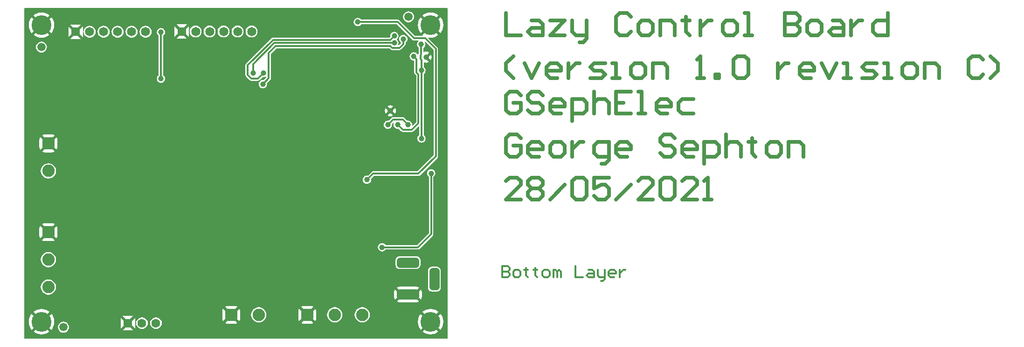
<source format=gbl>
G04 Layer_Physical_Order=2*
G04 Layer_Color=16711680*
%FSLAX42Y42*%
%MOMM*%
G71*
G01*
G75*
%ADD10C,1.50*%
%ADD27C,0.30*%
%ADD29C,0.20*%
%ADD30C,0.70*%
%ADD31C,3.60*%
%ADD32C,1.65*%
%ADD33R,1.65X1.65*%
%ADD34C,2.25*%
G04:AMPARAMS|DCode=35|XSize=2.25mm|YSize=2.25mm|CornerRadius=0.56mm|HoleSize=0mm|Usage=FLASHONLY|Rotation=270.000|XOffset=0mm|YOffset=0mm|HoleType=Round|Shape=RoundedRectangle|*
%AMROUNDEDRECTD35*
21,1,2.25,1.13,0,0,270.0*
21,1,1.13,2.25,0,0,270.0*
1,1,1.13,-0.56,-0.56*
1,1,1.13,-0.56,0.56*
1,1,1.13,0.56,0.56*
1,1,1.13,0.56,-0.56*
%
%ADD35ROUNDEDRECTD35*%
%ADD36C,1.60*%
%ADD37R,1.60X1.60*%
G04:AMPARAMS|DCode=38|XSize=2.25mm|YSize=2.25mm|CornerRadius=0.56mm|HoleSize=0mm|Usage=FLASHONLY|Rotation=0.000|XOffset=0mm|YOffset=0mm|HoleType=Round|Shape=RoundedRectangle|*
%AMROUNDEDRECTD38*
21,1,2.25,1.13,0,0,0.0*
21,1,1.13,2.25,0,0,0.0*
1,1,1.13,0.56,-0.56*
1,1,1.13,-0.56,-0.56*
1,1,1.13,-0.56,0.56*
1,1,1.13,0.56,0.56*
%
%ADD38ROUNDEDRECTD38*%
G04:AMPARAMS|DCode=39|XSize=4mm|YSize=1.8mm|CornerRadius=0.45mm|HoleSize=0mm|Usage=FLASHONLY|Rotation=180.000|XOffset=0mm|YOffset=0mm|HoleType=Round|Shape=RoundedRectangle|*
%AMROUNDEDRECTD39*
21,1,4.00,0.90,0,0,180.0*
21,1,3.10,1.80,0,0,180.0*
1,1,0.90,-1.55,0.45*
1,1,0.90,1.55,0.45*
1,1,0.90,1.55,-0.45*
1,1,0.90,-1.55,-0.45*
%
%ADD39ROUNDEDRECTD39*%
G04:AMPARAMS|DCode=40|XSize=4mm|YSize=1.8mm|CornerRadius=0.45mm|HoleSize=0mm|Usage=FLASHONLY|Rotation=270.000|XOffset=0mm|YOffset=0mm|HoleType=Round|Shape=RoundedRectangle|*
%AMROUNDEDRECTD40*
21,1,4.00,0.90,0,0,270.0*
21,1,3.10,1.80,0,0,270.0*
1,1,0.90,-0.45,-1.55*
1,1,0.90,-0.45,1.55*
1,1,0.90,0.45,1.55*
1,1,0.90,0.45,-1.55*
%
%ADD40ROUNDEDRECTD40*%
%ADD41C,1.00*%
G36*
X7665Y0D02*
X0D01*
Y6000D01*
X7665D01*
Y0D01*
D02*
G37*
%LPC*%
G36*
X5181Y588D02*
X5069D01*
X5041Y585D01*
X5015Y574D01*
X5013Y572D01*
X5125Y460D01*
X5237Y572D01*
X5235Y574D01*
X5209Y585D01*
X5181Y588D01*
D02*
G37*
G36*
X3801Y588D02*
X3689D01*
X3661Y585D01*
X3635Y574D01*
X3633Y572D01*
X3745Y460D01*
X3857Y572D01*
X3855Y574D01*
X3829Y585D01*
X3801Y588D01*
D02*
G37*
G36*
X7193Y888D02*
X7100Y795D01*
X7193Y702D01*
X7203Y725D01*
X7206Y750D01*
Y840D01*
X7203Y865D01*
X7193Y888D01*
D02*
G37*
G36*
X7110Y936D02*
X6800D01*
X6775Y933D01*
X6752Y923D01*
X6863Y813D01*
X6845Y795D01*
X6863Y777D01*
X6752Y667D01*
X6775Y657D01*
X6800Y654D01*
X7110D01*
X7135Y657D01*
X7158Y667D01*
X7047Y777D01*
X7065Y795D01*
X7047Y813D01*
X7158Y923D01*
X7135Y933D01*
X7110Y936D01*
D02*
G37*
G36*
X300Y531D02*
X255Y527D01*
X212Y514D01*
X172Y492D01*
X156Y479D01*
X300Y335D01*
X444Y479D01*
X428Y492D01*
X388Y514D01*
X345Y527D01*
X300Y531D01*
D02*
G37*
G36*
X4978Y537D02*
X4976Y535D01*
X4965Y509D01*
X4962Y481D01*
Y369D01*
X4965Y341D01*
X4976Y315D01*
X4978Y313D01*
X5090Y425D01*
X4978Y537D01*
D02*
G37*
G36*
X3892Y537D02*
X3780Y425D01*
X3892Y313D01*
X3894Y315D01*
X3905Y341D01*
X3908Y369D01*
Y481D01*
X3905Y509D01*
X3894Y535D01*
X3892Y537D01*
D02*
G37*
G36*
X7365Y531D02*
X7320Y527D01*
X7277Y514D01*
X7237Y492D01*
X7221Y479D01*
X7365Y335D01*
X7509Y479D01*
X7493Y492D01*
X7453Y514D01*
X7410Y527D01*
X7365Y531D01*
D02*
G37*
G36*
X5272Y537D02*
X5160Y425D01*
X5272Y313D01*
X5274Y315D01*
X5285Y341D01*
X5288Y369D01*
Y481D01*
X5285Y509D01*
X5274Y535D01*
X5272Y537D01*
D02*
G37*
G36*
X6717Y888D02*
X6707Y865D01*
X6704Y840D01*
Y750D01*
X6707Y725D01*
X6717Y702D01*
X6810Y795D01*
X6717Y888D01*
D02*
G37*
G36*
X572Y2042D02*
X460Y1930D01*
X572Y1818D01*
X574Y1820D01*
X585Y1846D01*
X588Y1874D01*
Y1986D01*
X585Y2014D01*
X574Y2040D01*
X572Y2042D01*
D02*
G37*
G36*
X425Y1895D02*
X313Y1783D01*
X315Y1781D01*
X341Y1770D01*
X369Y1767D01*
X481D01*
X509Y1770D01*
X535Y1781D01*
X537Y1783D01*
X425Y1895D01*
D02*
G37*
G36*
X481Y2093D02*
X369D01*
X341Y2090D01*
X315Y2079D01*
X313Y2077D01*
X425Y1965D01*
X537Y2077D01*
X535Y2079D01*
X509Y2090D01*
X481Y2093D01*
D02*
G37*
G36*
X278Y2042D02*
X276Y2040D01*
X265Y2014D01*
X262Y1986D01*
Y1874D01*
X265Y1846D01*
X276Y1820D01*
X278Y1818D01*
X390Y1930D01*
X278Y2042D01*
D02*
G37*
G36*
X7375Y3076D02*
X7355Y3073D01*
X7337Y3066D01*
X7322Y3053D01*
X7309Y3038D01*
X7302Y3020D01*
X7299Y3000D01*
X7302Y2980D01*
X7309Y2962D01*
X7322Y2947D01*
X7334Y2937D01*
Y1912D01*
X7118Y1696D01*
X6548D01*
X6538Y1708D01*
X6523Y1721D01*
X6505Y1728D01*
X6485Y1731D01*
X6465Y1728D01*
X6447Y1721D01*
X6432Y1708D01*
X6419Y1693D01*
X6412Y1675D01*
X6409Y1655D01*
X6412Y1635D01*
X6419Y1617D01*
X6432Y1602D01*
X6447Y1589D01*
X6465Y1582D01*
X6485Y1579D01*
X6505Y1582D01*
X6523Y1589D01*
X6538Y1602D01*
X6548Y1614D01*
X7135D01*
X7135Y1614D01*
X7151Y1617D01*
X7164Y1626D01*
X7404Y1866D01*
X7404Y1866D01*
X7413Y1879D01*
X7416Y1895D01*
X7416Y1895D01*
Y2937D01*
X7428Y2947D01*
X7441Y2962D01*
X7448Y2980D01*
X7451Y3000D01*
X7448Y3020D01*
X7441Y3038D01*
X7428Y3053D01*
X7413Y3066D01*
X7395Y3073D01*
X7375Y3076D01*
D02*
G37*
G36*
X7480Y1301D02*
X7390D01*
X7372Y1298D01*
X7355Y1291D01*
X7340Y1280D01*
X7329Y1265D01*
X7322Y1248D01*
X7319Y1230D01*
Y920D01*
X7322Y902D01*
X7329Y885D01*
X7340Y870D01*
X7355Y859D01*
X7372Y852D01*
X7390Y849D01*
X7480D01*
X7498Y852D01*
X7515Y859D01*
X7530Y870D01*
X7541Y885D01*
X7548Y902D01*
X7551Y920D01*
Y1230D01*
X7548Y1248D01*
X7541Y1265D01*
X7530Y1280D01*
X7515Y1291D01*
X7498Y1298D01*
X7480Y1301D01*
D02*
G37*
G36*
X425Y1069D02*
X389Y1064D01*
X356Y1050D01*
X327Y1028D01*
X305Y999D01*
X291Y966D01*
X286Y930D01*
X291Y894D01*
X305Y861D01*
X327Y832D01*
X356Y810D01*
X389Y796D01*
X425Y791D01*
X461Y796D01*
X494Y810D01*
X523Y832D01*
X545Y861D01*
X559Y894D01*
X564Y930D01*
X559Y966D01*
X545Y999D01*
X523Y1028D01*
X494Y1050D01*
X461Y1064D01*
X425Y1069D01*
D02*
G37*
G36*
Y1569D02*
X389Y1564D01*
X356Y1550D01*
X327Y1528D01*
X305Y1499D01*
X291Y1466D01*
X286Y1430D01*
X291Y1394D01*
X305Y1361D01*
X327Y1332D01*
X356Y1310D01*
X389Y1296D01*
X425Y1291D01*
X461Y1296D01*
X494Y1310D01*
X523Y1332D01*
X545Y1361D01*
X559Y1394D01*
X564Y1430D01*
X559Y1466D01*
X545Y1499D01*
X523Y1528D01*
X494Y1550D01*
X461Y1564D01*
X425Y1569D01*
D02*
G37*
G36*
X7110Y1491D02*
X6800D01*
X6782Y1488D01*
X6765Y1481D01*
X6750Y1470D01*
X6739Y1455D01*
X6732Y1438D01*
X6729Y1420D01*
Y1330D01*
X6732Y1312D01*
X6739Y1295D01*
X6750Y1280D01*
X6765Y1269D01*
X6782Y1262D01*
X6800Y1259D01*
X7110D01*
X7128Y1262D01*
X7145Y1269D01*
X7160Y1280D01*
X7171Y1295D01*
X7178Y1312D01*
X7181Y1330D01*
Y1420D01*
X7178Y1438D01*
X7171Y1455D01*
X7160Y1470D01*
X7145Y1481D01*
X7128Y1488D01*
X7110Y1491D01*
D02*
G37*
G36*
X7186Y444D02*
X7173Y428D01*
X7151Y388D01*
X7138Y345D01*
X7134Y300D01*
X7138Y255D01*
X7151Y212D01*
X7173Y172D01*
X7186Y156D01*
X7330Y300D01*
X7186Y444D01*
D02*
G37*
G36*
X479Y444D02*
X335Y300D01*
X479Y156D01*
X492Y172D01*
X514Y212D01*
X527Y255D01*
X531Y300D01*
X527Y345D01*
X514Y388D01*
X492Y428D01*
X479Y444D01*
D02*
G37*
G36*
X2125Y381D02*
X2098Y377D01*
X2072Y367D01*
X2050Y350D01*
X2033Y328D01*
X2023Y302D01*
X2019Y275D01*
X2023Y248D01*
X2033Y222D01*
X2050Y200D01*
X2072Y183D01*
X2098Y173D01*
X2125Y169D01*
X2152Y173D01*
X2178Y183D01*
X2200Y200D01*
X2217Y222D01*
X2227Y248D01*
X2231Y275D01*
X2227Y302D01*
X2217Y328D01*
X2200Y350D01*
X2178Y367D01*
X2152Y377D01*
X2125Y381D01*
D02*
G37*
G36*
X121Y444D02*
X108Y428D01*
X86Y388D01*
X73Y345D01*
X69Y300D01*
X73Y255D01*
X86Y212D01*
X108Y172D01*
X121Y156D01*
X265Y300D01*
X121Y444D01*
D02*
G37*
G36*
X7544Y444D02*
X7400Y300D01*
X7544Y156D01*
X7557Y172D01*
X7579Y212D01*
X7592Y255D01*
X7596Y300D01*
X7592Y345D01*
X7579Y388D01*
X7557Y428D01*
X7544Y444D01*
D02*
G37*
G36*
X7365Y265D02*
X7221Y121D01*
X7237Y108D01*
X7277Y86D01*
X7320Y73D01*
X7365Y69D01*
X7410Y73D01*
X7453Y86D01*
X7493Y108D01*
X7509Y121D01*
X7365Y265D01*
D02*
G37*
G36*
X300Y265D02*
X156Y121D01*
X172Y108D01*
X212Y86D01*
X255Y73D01*
X300Y69D01*
X345Y73D01*
X388Y86D01*
X428Y108D01*
X444Y121D01*
X300Y265D01*
D02*
G37*
G36*
X1871Y240D02*
X1776Y145D01*
X1966D01*
X1871Y240D01*
D02*
G37*
G36*
X700Y301D02*
X674Y297D01*
X650Y287D01*
X629Y271D01*
X613Y250D01*
X603Y226D01*
X599Y200D01*
X603Y174D01*
X613Y150D01*
X629Y129D01*
X650Y113D01*
X674Y103D01*
X700Y99D01*
X726Y103D01*
X750Y113D01*
X771Y129D01*
X787Y150D01*
X797Y174D01*
X801Y200D01*
X797Y226D01*
X787Y250D01*
X771Y271D01*
X750Y287D01*
X726Y297D01*
X700Y301D01*
D02*
G37*
G36*
X2379Y381D02*
X2352Y377D01*
X2326Y367D01*
X2304Y350D01*
X2287Y328D01*
X2277Y302D01*
X2273Y275D01*
X2277Y248D01*
X2287Y222D01*
X2304Y200D01*
X2326Y183D01*
X2352Y173D01*
X2379Y169D01*
X2406Y173D01*
X2432Y183D01*
X2454Y200D01*
X2471Y222D01*
X2481Y248D01*
X2485Y275D01*
X2481Y302D01*
X2471Y328D01*
X2454Y350D01*
X2432Y367D01*
X2406Y377D01*
X2379Y381D01*
D02*
G37*
G36*
X6125Y564D02*
X6089Y559D01*
X6056Y545D01*
X6027Y523D01*
X6005Y494D01*
X5991Y461D01*
X5986Y425D01*
X5991Y389D01*
X6005Y356D01*
X6027Y327D01*
X6056Y305D01*
X6089Y291D01*
X6125Y286D01*
X6161Y291D01*
X6194Y305D01*
X6223Y327D01*
X6245Y356D01*
X6259Y389D01*
X6264Y425D01*
X6259Y461D01*
X6245Y494D01*
X6223Y523D01*
X6194Y545D01*
X6161Y559D01*
X6125Y564D01*
D02*
G37*
G36*
X5625D02*
X5589Y559D01*
X5556Y545D01*
X5527Y523D01*
X5505Y494D01*
X5491Y461D01*
X5486Y425D01*
X5491Y389D01*
X5505Y356D01*
X5527Y327D01*
X5556Y305D01*
X5589Y291D01*
X5625Y286D01*
X5661Y291D01*
X5694Y305D01*
X5723Y327D01*
X5745Y356D01*
X5759Y389D01*
X5764Y425D01*
X5759Y461D01*
X5745Y494D01*
X5723Y523D01*
X5694Y545D01*
X5661Y559D01*
X5625Y564D01*
D02*
G37*
G36*
X3598Y537D02*
X3596Y535D01*
X3585Y509D01*
X3582Y481D01*
Y369D01*
X3585Y341D01*
X3596Y315D01*
X3598Y313D01*
X3710Y425D01*
X3598Y537D01*
D02*
G37*
G36*
X1966Y405D02*
X1776D01*
X1871Y310D01*
X1966Y405D01*
D02*
G37*
G36*
X4245Y564D02*
X4209Y559D01*
X4176Y545D01*
X4147Y523D01*
X4125Y494D01*
X4111Y461D01*
X4106Y425D01*
X4111Y389D01*
X4125Y356D01*
X4147Y327D01*
X4176Y305D01*
X4209Y291D01*
X4245Y286D01*
X4281Y291D01*
X4314Y305D01*
X4343Y327D01*
X4365Y356D01*
X4379Y389D01*
X4384Y425D01*
X4379Y461D01*
X4365Y494D01*
X4343Y523D01*
X4314Y545D01*
X4281Y559D01*
X4245Y564D01*
D02*
G37*
G36*
X2001Y370D02*
X1906Y275D01*
X2001Y180D01*
Y370D01*
D02*
G37*
G36*
X1741Y370D02*
Y180D01*
X1836Y275D01*
X1741Y370D01*
D02*
G37*
G36*
X5125Y390D02*
X5013Y278D01*
X5015Y276D01*
X5041Y265D01*
X5069Y262D01*
X5181D01*
X5209Y265D01*
X5235Y276D01*
X5237Y278D01*
X5125Y390D01*
D02*
G37*
G36*
X3745Y390D02*
X3633Y278D01*
X3635Y276D01*
X3661Y265D01*
X3689Y262D01*
X3801D01*
X3829Y265D01*
X3855Y276D01*
X3857Y278D01*
X3745Y390D01*
D02*
G37*
G36*
X425Y3184D02*
X389Y3179D01*
X356Y3165D01*
X327Y3143D01*
X305Y3114D01*
X291Y3081D01*
X286Y3045D01*
X291Y3009D01*
X305Y2976D01*
X327Y2947D01*
X356Y2925D01*
X389Y2911D01*
X425Y2906D01*
X461Y2911D01*
X494Y2925D01*
X523Y2947D01*
X545Y2976D01*
X559Y3009D01*
X564Y3045D01*
X559Y3081D01*
X545Y3114D01*
X523Y3143D01*
X494Y3165D01*
X461Y3179D01*
X425Y3184D01*
D02*
G37*
G36*
X1052Y5675D02*
X955Y5578D01*
X1052Y5481D01*
Y5675D01*
D02*
G37*
G36*
X4115Y5691D02*
X4087Y5688D01*
X4061Y5677D01*
X4038Y5660D01*
X4021Y5637D01*
X4010Y5611D01*
X4007Y5583D01*
X4010Y5555D01*
X4021Y5529D01*
X4038Y5506D01*
X4061Y5489D01*
X4087Y5478D01*
X4115Y5475D01*
X4143Y5478D01*
X4169Y5489D01*
X4192Y5506D01*
X4209Y5529D01*
X4220Y5555D01*
X4223Y5583D01*
X4220Y5611D01*
X4209Y5637D01*
X4192Y5660D01*
X4169Y5677D01*
X4143Y5688D01*
X4115Y5691D01*
D02*
G37*
G36*
X2712Y5680D02*
Y5486D01*
X2810Y5583D01*
X2712Y5680D01*
D02*
G37*
G36*
X788Y5675D02*
Y5481D01*
X885Y5578D01*
X788Y5675D01*
D02*
G37*
G36*
X3861Y5691D02*
X3833Y5688D01*
X3807Y5677D01*
X3784Y5660D01*
X3767Y5637D01*
X3756Y5611D01*
X3753Y5583D01*
X3756Y5555D01*
X3767Y5529D01*
X3784Y5506D01*
X3807Y5489D01*
X3833Y5478D01*
X3861Y5475D01*
X3889Y5478D01*
X3915Y5489D01*
X3938Y5506D01*
X3955Y5529D01*
X3966Y5555D01*
X3969Y5583D01*
X3966Y5611D01*
X3955Y5637D01*
X3938Y5660D01*
X3915Y5677D01*
X3889Y5688D01*
X3861Y5691D01*
D02*
G37*
G36*
X3099D02*
X3071Y5688D01*
X3045Y5677D01*
X3022Y5660D01*
X3005Y5637D01*
X2994Y5611D01*
X2991Y5583D01*
X2994Y5555D01*
X3005Y5529D01*
X3022Y5506D01*
X3045Y5489D01*
X3071Y5478D01*
X3099Y5475D01*
X3127Y5478D01*
X3153Y5489D01*
X3176Y5506D01*
X3193Y5529D01*
X3204Y5555D01*
X3207Y5583D01*
X3204Y5611D01*
X3193Y5637D01*
X3176Y5660D01*
X3153Y5677D01*
X3127Y5688D01*
X3099Y5691D01*
D02*
G37*
G36*
X6706Y5577D02*
X6686Y5574D01*
X6668Y5567D01*
X6653Y5554D01*
X6640Y5539D01*
X6633Y5521D01*
X6630Y5501D01*
X6632Y5485D01*
X6617Y5470D01*
X4506D01*
X4506Y5470D01*
X4491Y5467D01*
X4477Y5458D01*
X4477Y5458D01*
X4016Y4997D01*
X4007Y4983D01*
X4004Y4968D01*
X4004Y4968D01*
Y4790D01*
X4004Y4790D01*
X4007Y4774D01*
X4016Y4761D01*
X4081Y4696D01*
X4081Y4696D01*
X4094Y4687D01*
X4110Y4684D01*
X4110Y4684D01*
X4230D01*
X4230Y4684D01*
X4246Y4687D01*
X4259Y4696D01*
X4319Y4756D01*
X4335Y4754D01*
X4355Y4757D01*
X4372Y4764D01*
X4381Y4760D01*
X4384Y4759D01*
Y4747D01*
X4336Y4699D01*
X4320Y4701D01*
X4300Y4698D01*
X4282Y4691D01*
X4267Y4678D01*
X4254Y4663D01*
X4247Y4645D01*
X4244Y4625D01*
X4247Y4605D01*
X4254Y4587D01*
X4267Y4572D01*
X4282Y4559D01*
X4300Y4552D01*
X4320Y4549D01*
X4340Y4552D01*
X4358Y4559D01*
X4373Y4572D01*
X4386Y4587D01*
X4393Y4605D01*
X4396Y4625D01*
X4394Y4641D01*
X4454Y4701D01*
X4454Y4701D01*
X4463Y4714D01*
X4466Y4730D01*
Y5175D01*
X4569Y5278D01*
X6617D01*
X6640Y5255D01*
X6653Y5246D01*
X6669Y5243D01*
X6669Y5243D01*
X6799D01*
X6799Y5243D01*
X6815Y5246D01*
X6828Y5255D01*
X6899Y5326D01*
X6899Y5326D01*
X6908Y5339D01*
X6911Y5355D01*
X6911Y5355D01*
Y5382D01*
X6923Y5392D01*
X6936Y5407D01*
X6943Y5425D01*
X6946Y5445D01*
X6943Y5465D01*
X6936Y5483D01*
X6923Y5498D01*
X6908Y5511D01*
X6890Y5518D01*
X6870Y5521D01*
X6850Y5518D01*
X6832Y5511D01*
X6817Y5498D01*
X6804Y5483D01*
X6797Y5465D01*
X6794Y5445D01*
X6797Y5425D01*
X6804Y5407D01*
X6817Y5392D01*
X6827Y5384D01*
X6827Y5370D01*
X6788Y5331D01*
X6786Y5330D01*
X6783Y5331D01*
X6776Y5346D01*
X6779Y5354D01*
X6782Y5374D01*
X6779Y5394D01*
X6772Y5412D01*
X6759Y5427D01*
X6755Y5431D01*
Y5444D01*
X6759Y5448D01*
X6772Y5463D01*
X6779Y5481D01*
X6782Y5501D01*
X6779Y5521D01*
X6772Y5539D01*
X6759Y5554D01*
X6744Y5567D01*
X6726Y5574D01*
X6706Y5577D01*
D02*
G37*
G36*
X3607Y5691D02*
X3579Y5688D01*
X3553Y5677D01*
X3530Y5660D01*
X3513Y5637D01*
X3502Y5611D01*
X3499Y5583D01*
X3502Y5555D01*
X3513Y5529D01*
X3530Y5506D01*
X3553Y5489D01*
X3579Y5478D01*
X3607Y5475D01*
X3635Y5478D01*
X3661Y5489D01*
X3684Y5506D01*
X3701Y5529D01*
X3712Y5555D01*
X3715Y5583D01*
X3712Y5611D01*
X3701Y5637D01*
X3684Y5660D01*
X3661Y5677D01*
X3635Y5688D01*
X3607Y5691D01*
D02*
G37*
G36*
X3353D02*
X3325Y5688D01*
X3299Y5677D01*
X3276Y5660D01*
X3259Y5637D01*
X3248Y5611D01*
X3245Y5583D01*
X3248Y5555D01*
X3259Y5529D01*
X3276Y5506D01*
X3299Y5489D01*
X3325Y5478D01*
X3353Y5475D01*
X3381Y5478D01*
X3407Y5489D01*
X3430Y5506D01*
X3447Y5529D01*
X3458Y5555D01*
X3461Y5583D01*
X3458Y5611D01*
X3447Y5637D01*
X3430Y5660D01*
X3407Y5677D01*
X3381Y5688D01*
X3353Y5691D01*
D02*
G37*
G36*
X2977Y5680D02*
X2880Y5583D01*
X2977Y5486D01*
Y5680D01*
D02*
G37*
G36*
X300Y5931D02*
X255Y5927D01*
X212Y5914D01*
X172Y5892D01*
X156Y5879D01*
X300Y5735D01*
X444Y5879D01*
X428Y5892D01*
X388Y5914D01*
X345Y5927D01*
X300Y5931D01*
D02*
G37*
G36*
X2942Y5715D02*
X2748D01*
X2845Y5618D01*
X2942Y5715D01*
D02*
G37*
G36*
X6965Y5951D02*
X6939Y5947D01*
X6915Y5937D01*
X6894Y5921D01*
X6878Y5900D01*
X6868Y5876D01*
X6864Y5850D01*
X6868Y5824D01*
X6878Y5800D01*
X6894Y5779D01*
X6915Y5763D01*
X6939Y5753D01*
X6965Y5749D01*
X6991Y5753D01*
X7015Y5763D01*
X7036Y5779D01*
X7052Y5800D01*
X7062Y5824D01*
X7066Y5850D01*
X7062Y5876D01*
X7052Y5900D01*
X7036Y5921D01*
X7015Y5937D01*
X6991Y5947D01*
X6965Y5951D01*
D02*
G37*
G36*
X7365Y5931D02*
X7320Y5927D01*
X7277Y5914D01*
X7237Y5892D01*
X7221Y5879D01*
X7365Y5735D01*
X7509Y5879D01*
X7493Y5892D01*
X7453Y5914D01*
X7410Y5927D01*
X7365Y5931D01*
D02*
G37*
G36*
X1017Y5710D02*
X823D01*
X920Y5613D01*
X1017Y5710D01*
D02*
G37*
G36*
X7186Y5844D02*
X7173Y5828D01*
X7151Y5788D01*
X7138Y5745D01*
X7134Y5700D01*
X7138Y5655D01*
X7151Y5612D01*
X7173Y5572D01*
X7186Y5556D01*
X7330Y5700D01*
X7186Y5844D01*
D02*
G37*
G36*
X479Y5844D02*
X335Y5700D01*
X479Y5556D01*
X492Y5572D01*
X514Y5612D01*
X527Y5655D01*
X531Y5700D01*
X527Y5745D01*
X514Y5788D01*
X492Y5828D01*
X479Y5844D01*
D02*
G37*
G36*
X121Y5844D02*
X108Y5828D01*
X86Y5788D01*
X73Y5745D01*
X69Y5700D01*
X73Y5655D01*
X86Y5612D01*
X108Y5572D01*
X121Y5556D01*
X265Y5700D01*
X121Y5844D01*
D02*
G37*
G36*
X7544Y5844D02*
X7400Y5700D01*
X7544Y5556D01*
X7557Y5572D01*
X7579Y5612D01*
X7592Y5655D01*
X7596Y5700D01*
X7592Y5745D01*
X7579Y5788D01*
X7557Y5828D01*
X7544Y5844D01*
D02*
G37*
G36*
X2190Y5686D02*
X2162Y5683D01*
X2136Y5672D01*
X2113Y5655D01*
X2096Y5632D01*
X2085Y5606D01*
X2082Y5578D01*
X2085Y5550D01*
X2096Y5524D01*
X2113Y5501D01*
X2136Y5484D01*
X2162Y5473D01*
X2190Y5470D01*
X2218Y5473D01*
X2244Y5484D01*
X2267Y5501D01*
X2284Y5524D01*
X2295Y5550D01*
X2298Y5578D01*
X2295Y5606D01*
X2284Y5632D01*
X2267Y5655D01*
X2244Y5672D01*
X2218Y5683D01*
X2190Y5686D01*
D02*
G37*
G36*
X6722Y4191D02*
X6670Y4140D01*
X6722Y4089D01*
X6722Y4090D01*
X6732Y4114D01*
X6736Y4140D01*
X6732Y4166D01*
X6722Y4190D01*
X6722Y4191D01*
D02*
G37*
G36*
X6548Y4191D02*
X6548Y4190D01*
X6538Y4166D01*
X6534Y4140D01*
X6538Y4114D01*
X6548Y4090D01*
X6548Y4089D01*
X6600Y4140D01*
X6548Y4191D01*
D02*
G37*
G36*
X2470Y5646D02*
X2450Y5643D01*
X2432Y5636D01*
X2417Y5623D01*
X2404Y5608D01*
X2397Y5590D01*
X2394Y5570D01*
X2397Y5550D01*
X2404Y5532D01*
X2417Y5517D01*
X2429Y5507D01*
Y4788D01*
X2417Y4778D01*
X2404Y4763D01*
X2397Y4745D01*
X2394Y4725D01*
X2397Y4705D01*
X2404Y4687D01*
X2417Y4672D01*
X2432Y4659D01*
X2450Y4652D01*
X2470Y4649D01*
X2490Y4652D01*
X2508Y4659D01*
X2523Y4672D01*
X2536Y4687D01*
X2543Y4705D01*
X2546Y4725D01*
X2543Y4745D01*
X2536Y4763D01*
X2523Y4778D01*
X2511Y4788D01*
Y5507D01*
X2523Y5517D01*
X2536Y5532D01*
X2543Y5550D01*
X2546Y5570D01*
X2543Y5590D01*
X2536Y5608D01*
X2523Y5623D01*
X2508Y5636D01*
X2490Y5643D01*
X2470Y5646D01*
D02*
G37*
G36*
X6635Y4241D02*
X6609Y4237D01*
X6585Y4227D01*
X6584Y4227D01*
X6635Y4175D01*
X6686Y4227D01*
X6685Y4227D01*
X6661Y4237D01*
X6635Y4241D01*
D02*
G37*
G36*
Y4105D02*
X6584Y4053D01*
X6585Y4053D01*
X6609Y4043D01*
X6635Y4039D01*
X6661Y4043D01*
X6685Y4053D01*
X6686Y4053D01*
X6635Y4105D01*
D02*
G37*
G36*
X278Y3657D02*
X276Y3655D01*
X265Y3629D01*
X262Y3601D01*
Y3489D01*
X265Y3461D01*
X276Y3435D01*
X278Y3433D01*
X390Y3545D01*
X278Y3657D01*
D02*
G37*
G36*
X425Y3510D02*
X313Y3398D01*
X315Y3396D01*
X341Y3385D01*
X369Y3382D01*
X481D01*
X509Y3385D01*
X535Y3396D01*
X537Y3398D01*
X425Y3510D01*
D02*
G37*
G36*
X481Y3708D02*
X369D01*
X341Y3705D01*
X315Y3694D01*
X313Y3692D01*
X425Y3580D01*
X537Y3692D01*
X535Y3694D01*
X509Y3705D01*
X481Y3708D01*
D02*
G37*
G36*
X572Y3657D02*
X460Y3545D01*
X572Y3433D01*
X574Y3435D01*
X585Y3461D01*
X588Y3489D01*
Y3601D01*
X585Y3629D01*
X574Y3655D01*
X572Y3657D01*
D02*
G37*
G36*
X7372Y5166D02*
X7320Y5115D01*
X7372Y5064D01*
X7372Y5065D01*
X7382Y5089D01*
X7386Y5115D01*
X7382Y5141D01*
X7372Y5165D01*
X7372Y5166D01*
D02*
G37*
G36*
X1428Y5686D02*
X1400Y5683D01*
X1374Y5672D01*
X1351Y5655D01*
X1334Y5632D01*
X1323Y5606D01*
X1320Y5578D01*
X1323Y5550D01*
X1334Y5524D01*
X1351Y5501D01*
X1374Y5484D01*
X1400Y5473D01*
X1428Y5470D01*
X1456Y5473D01*
X1482Y5484D01*
X1505Y5501D01*
X1522Y5524D01*
X1533Y5550D01*
X1536Y5578D01*
X1533Y5606D01*
X1522Y5632D01*
X1505Y5655D01*
X1482Y5672D01*
X1456Y5683D01*
X1428Y5686D01*
D02*
G37*
G36*
X1174D02*
X1146Y5683D01*
X1120Y5672D01*
X1097Y5655D01*
X1080Y5632D01*
X1069Y5606D01*
X1066Y5578D01*
X1069Y5550D01*
X1080Y5524D01*
X1097Y5501D01*
X1120Y5484D01*
X1146Y5473D01*
X1174Y5470D01*
X1202Y5473D01*
X1228Y5484D01*
X1251Y5501D01*
X1268Y5524D01*
X1279Y5550D01*
X1282Y5578D01*
X1279Y5606D01*
X1268Y5632D01*
X1251Y5655D01*
X1228Y5672D01*
X1202Y5683D01*
X1174Y5686D01*
D02*
G37*
G36*
X1936D02*
X1908Y5683D01*
X1882Y5672D01*
X1859Y5655D01*
X1842Y5632D01*
X1831Y5606D01*
X1828Y5578D01*
X1831Y5550D01*
X1842Y5524D01*
X1859Y5501D01*
X1882Y5484D01*
X1908Y5473D01*
X1936Y5470D01*
X1964Y5473D01*
X1990Y5484D01*
X2013Y5501D01*
X2030Y5524D01*
X2041Y5550D01*
X2044Y5578D01*
X2041Y5606D01*
X2030Y5632D01*
X2013Y5655D01*
X1990Y5672D01*
X1964Y5683D01*
X1936Y5686D01*
D02*
G37*
G36*
X1682D02*
X1654Y5683D01*
X1628Y5672D01*
X1605Y5655D01*
X1588Y5632D01*
X1577Y5606D01*
X1574Y5578D01*
X1577Y5550D01*
X1588Y5524D01*
X1605Y5501D01*
X1628Y5484D01*
X1654Y5473D01*
X1682Y5470D01*
X1710Y5473D01*
X1736Y5484D01*
X1759Y5501D01*
X1776Y5524D01*
X1787Y5550D01*
X1790Y5578D01*
X1787Y5606D01*
X1776Y5632D01*
X1759Y5655D01*
X1736Y5672D01*
X1710Y5683D01*
X1682Y5686D01*
D02*
G37*
G36*
X6045Y5831D02*
X6025Y5828D01*
X6007Y5821D01*
X5992Y5808D01*
X5979Y5793D01*
X5972Y5775D01*
X5969Y5755D01*
X5972Y5735D01*
X5979Y5717D01*
X5992Y5702D01*
X6007Y5689D01*
X6025Y5682D01*
X6045Y5679D01*
X6065Y5682D01*
X6083Y5689D01*
X6098Y5702D01*
X6108Y5714D01*
X6753D01*
X7036Y5431D01*
X7036Y5431D01*
X7049Y5422D01*
X7065Y5419D01*
X7141D01*
X7145Y5407D01*
X7142Y5403D01*
X7129Y5388D01*
X7122Y5370D01*
X7119Y5350D01*
X7122Y5330D01*
X7129Y5312D01*
X7142Y5297D01*
X7154Y5287D01*
Y5182D01*
X7151Y5179D01*
X7142Y5166D01*
X7142Y5162D01*
X7128Y5161D01*
X7126Y5168D01*
X7113Y5183D01*
X7098Y5196D01*
X7080Y5203D01*
X7060Y5206D01*
X7040Y5203D01*
X7022Y5196D01*
X7007Y5183D01*
X6994Y5168D01*
X6987Y5150D01*
X6984Y5130D01*
X6987Y5110D01*
X6994Y5092D01*
X7007Y5077D01*
X7022Y5064D01*
X7040Y5057D01*
X7060Y5054D01*
X7069Y5046D01*
Y4838D01*
X7069Y4838D01*
X7072Y4822D01*
X7081Y4809D01*
X7104Y4786D01*
Y3932D01*
X7041Y3869D01*
X7029Y3875D01*
X7031Y3885D01*
X7028Y3905D01*
X7021Y3923D01*
X7008Y3938D01*
X6993Y3951D01*
X6975Y3958D01*
X6955Y3961D01*
X6939Y3959D01*
X6889Y4009D01*
X6876Y4018D01*
X6860Y4021D01*
X6860Y4021D01*
X6685D01*
X6685Y4021D01*
X6669Y4018D01*
X6656Y4009D01*
X6606Y3959D01*
X6590Y3961D01*
X6570Y3958D01*
X6552Y3951D01*
X6537Y3938D01*
X6524Y3923D01*
X6517Y3905D01*
X6514Y3885D01*
X6517Y3865D01*
X6524Y3847D01*
X6537Y3832D01*
X6552Y3819D01*
X6570Y3812D01*
X6590Y3809D01*
X6610Y3812D01*
X6628Y3819D01*
X6643Y3832D01*
X6656Y3847D01*
X6663Y3865D01*
X6666Y3885D01*
X6664Y3901D01*
X6695Y3932D01*
X6695Y3932D01*
X6704Y3923D01*
X6697Y3905D01*
X6694Y3885D01*
X6697Y3865D01*
X6704Y3847D01*
X6717Y3832D01*
X6732Y3819D01*
X6750Y3812D01*
X6770Y3809D01*
X6786Y3811D01*
X6831Y3766D01*
X6831Y3766D01*
X6844Y3757D01*
X6860Y3754D01*
X6860Y3754D01*
X7025D01*
X7025Y3754D01*
X7041Y3757D01*
X7054Y3766D01*
X7147Y3860D01*
X7159Y3855D01*
Y3698D01*
X7147Y3688D01*
X7134Y3673D01*
X7127Y3655D01*
X7124Y3635D01*
X7127Y3615D01*
X7134Y3597D01*
X7147Y3582D01*
X7162Y3569D01*
X7180Y3562D01*
X7200Y3559D01*
X7220Y3562D01*
X7238Y3569D01*
X7253Y3582D01*
X7266Y3597D01*
X7273Y3615D01*
X7276Y3635D01*
X7273Y3655D01*
X7266Y3673D01*
X7253Y3688D01*
X7241Y3698D01*
Y4812D01*
X7253Y4822D01*
X7266Y4837D01*
X7273Y4855D01*
X7276Y4875D01*
X7273Y4895D01*
X7266Y4913D01*
X7253Y4928D01*
X7241Y4938D01*
Y5014D01*
X7251Y5021D01*
X7259Y5018D01*
X7285Y5014D01*
X7311Y5018D01*
X7335Y5028D01*
X7336Y5028D01*
X7267Y5097D01*
X7285Y5115D01*
X7267Y5133D01*
X7336Y5202D01*
X7335Y5202D01*
X7311Y5212D01*
X7285Y5216D01*
X7259Y5212D01*
X7246Y5207D01*
X7236Y5214D01*
Y5287D01*
X7248Y5297D01*
X7261Y5312D01*
X7268Y5330D01*
X7271Y5350D01*
X7268Y5370D01*
X7261Y5388D01*
X7257Y5392D01*
X7267Y5401D01*
X7419Y5248D01*
Y3327D01*
X7128Y3036D01*
X6320D01*
X6320Y3036D01*
X6304Y3033D01*
X6291Y3024D01*
X6226Y2959D01*
X6210Y2961D01*
X6190Y2958D01*
X6172Y2951D01*
X6157Y2938D01*
X6144Y2923D01*
X6137Y2905D01*
X6134Y2885D01*
X6137Y2865D01*
X6144Y2847D01*
X6157Y2832D01*
X6172Y2819D01*
X6190Y2812D01*
X6210Y2809D01*
X6230Y2812D01*
X6248Y2819D01*
X6263Y2832D01*
X6276Y2847D01*
X6283Y2865D01*
X6286Y2885D01*
X6284Y2901D01*
X6337Y2954D01*
X7145D01*
X7145Y2954D01*
X7161Y2957D01*
X7174Y2966D01*
X7489Y3281D01*
X7489Y3281D01*
X7498Y3294D01*
X7501Y3310D01*
Y5265D01*
X7498Y5281D01*
X7489Y5294D01*
X7489Y5294D01*
X7322Y5460D01*
X7328Y5473D01*
X7365Y5469D01*
X7410Y5473D01*
X7453Y5486D01*
X7493Y5508D01*
X7509Y5521D01*
X7365Y5665D01*
X7221Y5521D01*
X7230Y5513D01*
X7225Y5501D01*
X7082D01*
X6799Y5784D01*
X6786Y5793D01*
X6770Y5796D01*
X6770Y5796D01*
X6108D01*
X6098Y5808D01*
X6083Y5821D01*
X6065Y5828D01*
X6045Y5831D01*
D02*
G37*
G36*
X920Y5543D02*
X823Y5446D01*
X1017D01*
X920Y5543D01*
D02*
G37*
G36*
X300Y5401D02*
X274Y5397D01*
X250Y5387D01*
X229Y5371D01*
X213Y5350D01*
X203Y5326D01*
X199Y5300D01*
X203Y5274D01*
X213Y5250D01*
X229Y5229D01*
X250Y5213D01*
X274Y5203D01*
X300Y5199D01*
X326Y5203D01*
X350Y5213D01*
X371Y5229D01*
X387Y5250D01*
X397Y5274D01*
X401Y5300D01*
X397Y5326D01*
X387Y5350D01*
X371Y5371D01*
X350Y5387D01*
X326Y5397D01*
X300Y5401D01*
D02*
G37*
G36*
X300Y5665D02*
X156Y5521D01*
X172Y5508D01*
X212Y5486D01*
X255Y5473D01*
X300Y5469D01*
X345Y5473D01*
X388Y5486D01*
X428Y5508D01*
X444Y5521D01*
X300Y5665D01*
D02*
G37*
G36*
X2845Y5548D02*
X2748Y5451D01*
X2942D01*
X2845Y5548D01*
D02*
G37*
%LPD*%
D10*
X700Y200D02*
D03*
X6965Y5850D02*
D03*
X300Y5300D02*
D03*
D27*
X7065Y5460D02*
X7265D01*
X6770Y5755D02*
X7065Y5460D01*
X6045Y5755D02*
X6770D01*
X7265Y5460D02*
X7460Y5265D01*
Y3310D02*
Y5265D01*
X7180Y5150D02*
X7195Y5165D01*
Y5350D01*
X4425Y4730D02*
Y5192D01*
X4320Y4625D02*
X4425Y4730D01*
X6870Y5355D02*
Y5445D01*
X6799Y5284D02*
X6870Y5355D01*
X6669Y5284D02*
X6799D01*
X6634Y5319D02*
X6669Y5284D01*
X4552Y5319D02*
X6634D01*
X4425Y5192D02*
X4552Y5319D01*
X6590Y3885D02*
X6685Y3980D01*
X7110Y4838D02*
Y5080D01*
X7060Y5130D02*
X7110Y5080D01*
X7145Y3915D02*
Y4803D01*
X7110Y4838D02*
X7145Y4803D01*
X7200Y4875D02*
Y5060D01*
X7180Y5080D02*
X7200Y5060D01*
X7180Y5080D02*
Y5150D01*
X6706Y5501D02*
X6706D01*
X7025Y3795D02*
X7145Y3915D01*
X6860Y3795D02*
X7025D01*
X6770Y3885D02*
X6860Y3795D01*
X6860Y3980D02*
X6955Y3885D01*
X6685Y3980D02*
X6860D01*
X7200Y4875D02*
X7200Y4875D01*
X7200Y3635D02*
Y4875D01*
Y3635D02*
X7200Y3635D01*
X2470Y4725D02*
Y5570D01*
X4110Y4725D02*
X4230D01*
X4045Y4790D02*
X4110Y4725D01*
X4045Y4790D02*
Y4968D01*
X4230Y4725D02*
X4335Y4830D01*
X4045Y4968D02*
X4506Y5429D01*
X6634D02*
X6706Y5501D01*
X4506Y5429D02*
X6634D01*
X4145Y4830D02*
Y4990D01*
X4529Y5374D01*
X6706D01*
X7145Y2995D02*
X7460Y3310D01*
X6320Y2995D02*
X7145D01*
X6210Y2885D02*
X6320Y2995D01*
X7375Y1895D02*
Y3000D01*
X7135Y1655D02*
X7375Y1895D01*
X6485Y1655D02*
X7135D01*
X8665Y1310D02*
Y1110D01*
X8765D01*
X8798Y1143D01*
Y1177D01*
X8765Y1210D01*
X8665D01*
X8765D01*
X8798Y1243D01*
Y1277D01*
X8765Y1310D01*
X8665D01*
X8898Y1110D02*
X8965D01*
X8998Y1143D01*
Y1210D01*
X8965Y1243D01*
X8898D01*
X8865Y1210D01*
Y1143D01*
X8898Y1110D01*
X9098Y1277D02*
Y1243D01*
X9065D01*
X9132D01*
X9098D01*
Y1143D01*
X9132Y1110D01*
X9265Y1277D02*
Y1243D01*
X9231D01*
X9298D01*
X9265D01*
Y1143D01*
X9298Y1110D01*
X9431D02*
X9498D01*
X9531Y1143D01*
Y1210D01*
X9498Y1243D01*
X9431D01*
X9398Y1210D01*
Y1143D01*
X9431Y1110D01*
X9598D02*
Y1243D01*
X9631D01*
X9665Y1210D01*
Y1110D01*
Y1210D01*
X9698Y1243D01*
X9731Y1210D01*
Y1110D01*
X9998Y1310D02*
Y1110D01*
X10131D01*
X10231Y1243D02*
X10298D01*
X10331Y1210D01*
Y1110D01*
X10231D01*
X10198Y1143D01*
X10231Y1177D01*
X10331D01*
X10398Y1243D02*
Y1143D01*
X10431Y1110D01*
X10531D01*
Y1077D01*
X10498Y1043D01*
X10464D01*
X10531Y1110D02*
Y1243D01*
X10698Y1110D02*
X10631D01*
X10598Y1143D01*
Y1210D01*
X10631Y1243D01*
X10698D01*
X10731Y1210D01*
Y1177D01*
X10598D01*
X10798Y1243D02*
Y1110D01*
Y1177D01*
X10831Y1210D01*
X10864Y1243D01*
X10898D01*
D29*
X7665Y0D02*
Y6000D01*
X0D02*
X7665D01*
X0Y0D02*
Y6000D01*
Y0D02*
X7665D01*
D30*
X8735Y5916D02*
Y5516D01*
X9002D01*
X9202Y5782D02*
X9335D01*
X9401Y5716D01*
Y5516D01*
X9202D01*
X9135Y5582D01*
X9202Y5649D01*
X9401D01*
X9535Y5782D02*
X9801D01*
X9535Y5516D01*
X9801D01*
X9935Y5782D02*
Y5582D01*
X10001Y5516D01*
X10201D01*
Y5449D01*
X10135Y5383D01*
X10068D01*
X10201Y5516D02*
Y5782D01*
X11001Y5849D02*
X10934Y5916D01*
X10801D01*
X10734Y5849D01*
Y5582D01*
X10801Y5516D01*
X10934D01*
X11001Y5582D01*
X11201Y5516D02*
X11334D01*
X11401Y5582D01*
Y5716D01*
X11334Y5782D01*
X11201D01*
X11134Y5716D01*
Y5582D01*
X11201Y5516D01*
X11534D02*
Y5782D01*
X11734D01*
X11801Y5716D01*
Y5516D01*
X12001Y5849D02*
Y5782D01*
X11934D01*
X12067D01*
X12001D01*
Y5582D01*
X12067Y5516D01*
X12267Y5782D02*
Y5516D01*
Y5649D01*
X12334Y5716D01*
X12400Y5782D01*
X12467D01*
X12734Y5516D02*
X12867D01*
X12934Y5582D01*
Y5716D01*
X12867Y5782D01*
X12734D01*
X12667Y5716D01*
Y5582D01*
X12734Y5516D01*
X13067D02*
X13200D01*
X13134D01*
Y5916D01*
X13067D01*
X13800D02*
Y5516D01*
X14000D01*
X14067Y5582D01*
Y5649D01*
X14000Y5716D01*
X13800D01*
X14000D01*
X14067Y5782D01*
Y5849D01*
X14000Y5916D01*
X13800D01*
X14267Y5516D02*
X14400D01*
X14466Y5582D01*
Y5716D01*
X14400Y5782D01*
X14267D01*
X14200Y5716D01*
Y5582D01*
X14267Y5516D01*
X14666Y5782D02*
X14800D01*
X14866Y5716D01*
Y5516D01*
X14666D01*
X14600Y5582D01*
X14666Y5649D01*
X14866D01*
X15000Y5782D02*
Y5516D01*
Y5649D01*
X15066Y5716D01*
X15133Y5782D01*
X15200D01*
X15666Y5916D02*
Y5516D01*
X15466D01*
X15400Y5582D01*
Y5716D01*
X15466Y5782D01*
X15666D01*
X8868Y4735D02*
X8735Y4868D01*
Y5001D01*
X8868Y5135D01*
X9068Y5001D02*
X9202Y4735D01*
X9335Y5001D01*
X9668Y4735D02*
X9535D01*
X9468Y4801D01*
Y4935D01*
X9535Y5001D01*
X9668D01*
X9735Y4935D01*
Y4868D01*
X9468D01*
X9868Y5001D02*
Y4735D01*
Y4868D01*
X9935Y4935D01*
X10001Y5001D01*
X10068D01*
X10268Y4735D02*
X10468D01*
X10534Y4801D01*
X10468Y4868D01*
X10334D01*
X10268Y4935D01*
X10334Y5001D01*
X10534D01*
X10668Y4735D02*
X10801D01*
X10734D01*
Y5001D01*
X10668D01*
X11068Y4735D02*
X11201D01*
X11268Y4801D01*
Y4935D01*
X11201Y5001D01*
X11068D01*
X11001Y4935D01*
Y4801D01*
X11068Y4735D01*
X11401D02*
Y5001D01*
X11601D01*
X11667Y4935D01*
Y4735D01*
X12201D02*
X12334D01*
X12267D01*
Y5135D01*
X12201Y5068D01*
X12534Y4735D02*
Y4801D01*
X12600D01*
Y4735D01*
X12534D01*
X12867Y5068D02*
X12934Y5135D01*
X13067D01*
X13134Y5068D01*
Y4801D01*
X13067Y4735D01*
X12934D01*
X12867Y4801D01*
Y5068D01*
X13667Y5001D02*
Y4735D01*
Y4868D01*
X13733Y4935D01*
X13800Y5001D01*
X13867D01*
X14267Y4735D02*
X14133D01*
X14067Y4801D01*
Y4935D01*
X14133Y5001D01*
X14267D01*
X14333Y4935D01*
Y4868D01*
X14067D01*
X14466Y5001D02*
X14600Y4735D01*
X14733Y5001D01*
X14866Y4735D02*
X15000D01*
X14933D01*
Y5001D01*
X14866D01*
X15200Y4735D02*
X15400D01*
X15466Y4801D01*
X15400Y4868D01*
X15266D01*
X15200Y4935D01*
X15266Y5001D01*
X15466D01*
X15599Y4735D02*
X15733D01*
X15666D01*
Y5001D01*
X15599D01*
X15999Y4735D02*
X16133D01*
X16199Y4801D01*
Y4935D01*
X16133Y5001D01*
X15999D01*
X15933Y4935D01*
Y4801D01*
X15999Y4735D01*
X16333D02*
Y5001D01*
X16532D01*
X16599Y4935D01*
Y4735D01*
X17399Y5068D02*
X17332Y5135D01*
X17199D01*
X17132Y5068D01*
Y4801D01*
X17199Y4735D01*
X17332D01*
X17399Y4801D01*
X17532Y4735D02*
X17665Y4868D01*
Y5001D01*
X17532Y5135D01*
X9002Y4420D02*
X8935Y4487D01*
X8802D01*
X8735Y4420D01*
Y4153D01*
X8802Y4087D01*
X8935D01*
X9002Y4153D01*
Y4287D01*
X8868D01*
X9401Y4420D02*
X9335Y4487D01*
X9202D01*
X9135Y4420D01*
Y4353D01*
X9202Y4287D01*
X9335D01*
X9401Y4220D01*
Y4153D01*
X9335Y4087D01*
X9202D01*
X9135Y4153D01*
X9735Y4087D02*
X9601D01*
X9535Y4153D01*
Y4287D01*
X9601Y4353D01*
X9735D01*
X9801Y4287D01*
Y4220D01*
X9535D01*
X9935Y3954D02*
Y4353D01*
X10135D01*
X10201Y4287D01*
Y4153D01*
X10135Y4087D01*
X9935D01*
X10334Y4487D02*
Y4087D01*
Y4287D01*
X10401Y4353D01*
X10534D01*
X10601Y4287D01*
Y4087D01*
X11001Y4487D02*
X10734D01*
Y4087D01*
X11001D01*
X10734Y4287D02*
X10868D01*
X11134Y4087D02*
X11268D01*
X11201D01*
Y4487D01*
X11134D01*
X11667Y4087D02*
X11534D01*
X11467Y4153D01*
Y4287D01*
X11534Y4353D01*
X11667D01*
X11734Y4287D01*
Y4220D01*
X11467D01*
X12134Y4353D02*
X11934D01*
X11867Y4287D01*
Y4153D01*
X11934Y4087D01*
X12134D01*
X9002Y3639D02*
X8935Y3706D01*
X8802D01*
X8735Y3639D01*
Y3372D01*
X8802Y3306D01*
X8935D01*
X9002Y3372D01*
Y3506D01*
X8868D01*
X9335Y3306D02*
X9202D01*
X9135Y3372D01*
Y3506D01*
X9202Y3572D01*
X9335D01*
X9401Y3506D01*
Y3439D01*
X9135D01*
X9601Y3306D02*
X9735D01*
X9801Y3372D01*
Y3506D01*
X9735Y3572D01*
X9601D01*
X9535Y3506D01*
Y3372D01*
X9601Y3306D01*
X9935Y3572D02*
Y3306D01*
Y3439D01*
X10001Y3506D01*
X10068Y3572D01*
X10135D01*
X10468Y3172D02*
X10534D01*
X10601Y3239D01*
Y3572D01*
X10401D01*
X10334Y3506D01*
Y3372D01*
X10401Y3306D01*
X10601D01*
X10934D02*
X10801D01*
X10734Y3372D01*
Y3506D01*
X10801Y3572D01*
X10934D01*
X11001Y3506D01*
Y3439D01*
X10734D01*
X11801Y3639D02*
X11734Y3706D01*
X11601D01*
X11534Y3639D01*
Y3572D01*
X11601Y3506D01*
X11734D01*
X11801Y3439D01*
Y3372D01*
X11734Y3306D01*
X11601D01*
X11534Y3372D01*
X12134Y3306D02*
X12001D01*
X11934Y3372D01*
Y3506D01*
X12001Y3572D01*
X12134D01*
X12201Y3506D01*
Y3439D01*
X11934D01*
X12334Y3172D02*
Y3572D01*
X12534D01*
X12600Y3506D01*
Y3372D01*
X12534Y3306D01*
X12334D01*
X12734Y3706D02*
Y3306D01*
Y3506D01*
X12800Y3572D01*
X12934D01*
X13000Y3506D01*
Y3306D01*
X13200Y3639D02*
Y3572D01*
X13134D01*
X13267D01*
X13200D01*
Y3372D01*
X13267Y3306D01*
X13533D02*
X13667D01*
X13733Y3372D01*
Y3506D01*
X13667Y3572D01*
X13533D01*
X13467Y3506D01*
Y3372D01*
X13533Y3306D01*
X13867D02*
Y3572D01*
X14067D01*
X14133Y3506D01*
Y3306D01*
X9002Y2525D02*
X8735D01*
X9002Y2791D01*
Y2858D01*
X8935Y2924D01*
X8802D01*
X8735Y2858D01*
X9135D02*
X9202Y2924D01*
X9335D01*
X9401Y2858D01*
Y2791D01*
X9335Y2724D01*
X9401Y2658D01*
Y2591D01*
X9335Y2525D01*
X9202D01*
X9135Y2591D01*
Y2658D01*
X9202Y2724D01*
X9135Y2791D01*
Y2858D01*
X9202Y2724D02*
X9335D01*
X9535Y2525D02*
X9801Y2791D01*
X9935Y2858D02*
X10001Y2924D01*
X10135D01*
X10201Y2858D01*
Y2591D01*
X10135Y2525D01*
X10001D01*
X9935Y2591D01*
Y2858D01*
X10601Y2924D02*
X10334D01*
Y2724D01*
X10468Y2791D01*
X10534D01*
X10601Y2724D01*
Y2591D01*
X10534Y2525D01*
X10401D01*
X10334Y2591D01*
X10734Y2525D02*
X11001Y2791D01*
X11401Y2525D02*
X11134D01*
X11401Y2791D01*
Y2858D01*
X11334Y2924D01*
X11201D01*
X11134Y2858D01*
X11534D02*
X11601Y2924D01*
X11734D01*
X11801Y2858D01*
Y2591D01*
X11734Y2525D01*
X11601D01*
X11534Y2591D01*
Y2858D01*
X12201Y2525D02*
X11934D01*
X12201Y2791D01*
Y2858D01*
X12134Y2924D01*
X12001D01*
X11934Y2858D01*
X12334Y2525D02*
X12467D01*
X12400D01*
Y2924D01*
X12334Y2858D01*
D31*
X300Y300D02*
D03*
Y5700D02*
D03*
X7365D02*
D03*
Y300D02*
D03*
D32*
X1428Y5578D02*
D03*
X1174D02*
D03*
X1682D02*
D03*
X1936D02*
D03*
X2190D02*
D03*
X3353Y5583D02*
D03*
X3099D02*
D03*
X3607D02*
D03*
X3861D02*
D03*
X4115D02*
D03*
D33*
X920Y5578D02*
D03*
X2845Y5583D02*
D03*
D34*
X425Y3045D02*
D03*
X425Y1430D02*
D03*
Y930D02*
D03*
X4245Y425D02*
D03*
X5625Y425D02*
D03*
X6125D02*
D03*
D35*
X425Y3545D02*
D03*
X425Y1930D02*
D03*
D36*
X2379Y275D02*
D03*
X2125D02*
D03*
D37*
X1871D02*
D03*
D38*
X3745Y425D02*
D03*
X5125Y425D02*
D03*
D39*
X6955Y1375D02*
D03*
Y795D02*
D03*
D40*
X7435Y1075D02*
D03*
D41*
X7195Y5350D02*
D03*
X4320Y4625D02*
D03*
X6870Y5445D02*
D03*
X6590Y3885D02*
D03*
X7285Y5115D02*
D03*
X6635Y4140D02*
D03*
X6706Y5501D02*
D03*
X6955Y3885D02*
D03*
X6770D02*
D03*
X7060Y5130D02*
D03*
X7200Y3635D02*
D03*
X7200Y4875D02*
D03*
X2470Y5570D02*
D03*
Y4725D02*
D03*
X4335Y4830D02*
D03*
X4145D02*
D03*
X6706Y5374D02*
D03*
X6045Y5755D02*
D03*
X6210Y2885D02*
D03*
X7375Y3000D02*
D03*
X6485Y1655D02*
D03*
M02*

</source>
